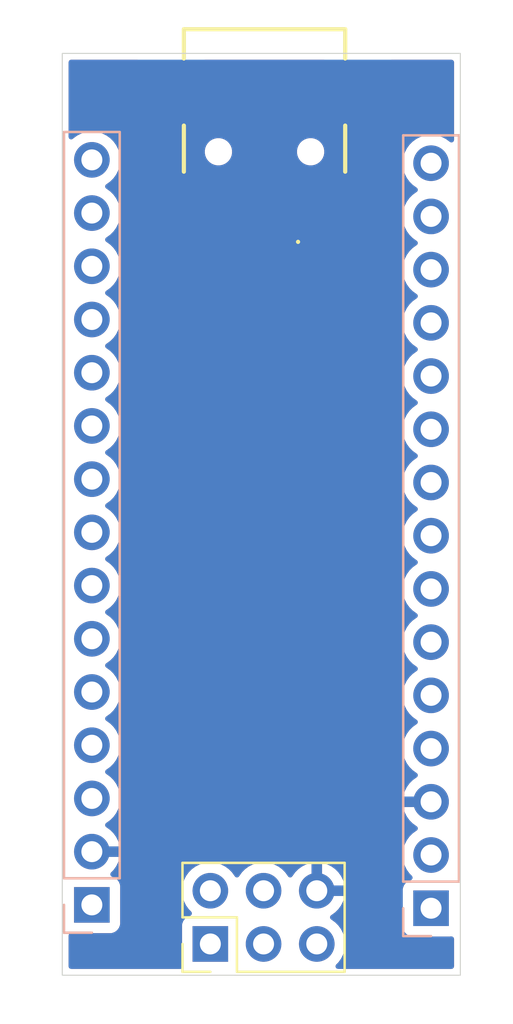
<source format=kicad_pcb>
(kicad_pcb (version 20241229) (generator "pcbnew") (generator_version "9.0")
  (title_block (title "${PCB_NAME}") (date "${CURRENT_DATE}") (rev "${PCB_VERSION}"))
  (layers (0 "F.Cu" mixed) (4 "In1.Cu" power) (6 "In2.Cu" power) (2 "B.Cu" mixed) (13 "F.Paste" user) (15 "B.Paste" user) (5 "F.SilkS" user "F.Silkscreen") (7 "B.SilkS" user "B.Silkscreen") (1 "F.Mask" user) (3 "B.Mask" user) (25 "Edge.Cuts" user))
  (net 0 "")
  (net 1 "A1")
  (net 2 "D8")
  (net 3 "D6")
  (net 4 "D4")
  (net 5 "D7")
  (net 6 "A4")
  (net 7 "A7")
  (net 8 "A5")
  (net 9 "D2")
  (net 10 "D5")
  (net 11 "VCC_VIN")
  (net 12 "AREF")
  (net 13 "D9")
  (net 14 "D11")
  (net 15 "A6")
  (net 16 "GND")
  (net 17 "D10")
  (net 18 "D3")
  (net 19 "VCC_5V")
  (net 20 "D13")
  (net 21 "USB_VBUS")
  (net 22 "D12")
  (net 23 "A2")
  (net 24 "RESET")
  (net 25 "A3")
  (net 26 "A0")
  (net 27 "NC")
  (net 28 "D1")
  (net 29 "D0")
  (net 30 "NC_2")
  (net 31 "USB_D_P")
  (net 32 "USB_D_N")
  (footprint "10033526N3212LF:10033526N3212LF" (layer "F.Cu") (at 151.353673 84.90586 180)
    (property "Reference" "J3" (hide yes))
    (property "Value" "10033526MN3212LF" (hide yes))
    (fp_line (start 3.85 4.6) (end -3.85 4.6) (stroke (width 0.2)) (layer "F.SilkS"))
    (fp_line (start 3.85 3.2) (end 3.85 4.6) (stroke (width 0.2)) (layer "F.SilkS"))
    (fp_line (start 3.85 -2.2) (end 3.85 0) (stroke (width 0.2)) (layer "F.SilkS"))
    (fp_line (start -1.6 -5.5) (end -1.6 -5.5) (stroke (width 0.1)) (layer "F.SilkS"))
    (fp_line (start -1.6 -5.6) (end -1.6 -5.6) (stroke (width 0.1)) (layer "F.SilkS"))
    (fp_line (start -3.85 4.6) (end -3.85 3.2) (stroke (width 0.2)) (layer "F.SilkS"))
    (fp_line (start -3.85 -2.2) (end -3.85 0) (stroke (width 0.2)) (layer "F.SilkS"))
    (fp_arc (start -1.6 -5.5) (mid -1.65 -5.55) (end -1.6 -5.6) (stroke (width 0.1)) (layer "F.SilkS"))
    (fp_arc (start -1.6 -5.6) (mid -1.55 -5.55) (end -1.6 -5.5) (stroke (width 0.1)) (layer "F.SilkS"))
    (pad "" np_thru_hole circle (at -2.2 -1.25 180) (size 0.9 0.9) (drill 0.9) (layers "*.Cu" "*.Mask"))
    (pad "" np_thru_hole circle (at 2.2 -1.25 180) (size 0.9 0.9) (drill 0.9) (layers "*.Cu" "*.Mask"))
    (pad "1" smd rect (at -1.6 -3.925 180) (size 0.5 2.25) (layers "F.Cu" "F.Mask" "F.Paste") (net 21 "USB_VBUS"))
    (pad "2" smd rect (at -0.8 -3.925 180) (size 0.5 2.25) (layers "F.Cu" "F.Mask" "F.Paste") (net 32 "USB_D_N"))
    (pad "3" smd rect (at 0 -3.925 180) (size 0.5 2.25) (layers "F.Cu" "F.Mask" "F.Paste") (net 31 "USB_D_P"))
    (pad "4" smd rect (at 0.8 -3.925 180) (size 0.5 2.25) (layers "F.Cu" "F.Mask" "F.Paste") (net 27 "NC"))
    (pad "5" smd rect (at 1.6 -3.925 180) (size 0.5 2.25) (layers "F.Cu" "F.Mask" "F.Paste") (net 16 "GND"))
    (pad "8" smd rect (at -4.45 -3.8 180) (size 2 2.5) (layers "F.Cu" "F.Mask" "F.Paste") (net 16 "GND"))
    (pad "9" smd rect (at 4.45 -3.8 180) (size 2 2.5) (layers "F.Cu" "F.Mask" "F.Paste") (net 16 "GND"))
    (pad "10" smd rect (at 4.45 1.65 180) (size 2 2.5) (layers "F.Cu" "F.Mask" "F.Paste") (net 16 "GND"))
    (pad "11" smd rect (at -4.45 1.65 180) (size 2 2.5) (layers "F.Cu" "F.Mask" "F.Paste") (net 16 "GND"))
  )
  (footprint "PinHeader_2x03_P2.54mm_Vertical:PinHeader_2x03_P2.54mm_Vertical" (layer "F.Cu") (at 148.767558 123.96676 90)
    (property "Reference" "J4" (hide yes))
    (property "Value" "2.54mm 3x2" (hide yes))
    (fp_line (start 3.87 -1.33) (end 3.87 6.41) (stroke (width 0.12)) (layer "F.SilkS"))
    (fp_line (start 1.270001 -1.33) (end 3.87 -1.33) (stroke (width 0.12)) (layer "F.SilkS"))
    (fp_line (start -1.33 -1.33) (end 0 -1.33) (stroke (width 0.12)) (layer "F.SilkS"))
    (fp_line (start -1.33 0) (end -1.33 -1.33) (stroke (width 0.12)) (layer "F.SilkS"))
    (fp_line (start 1.27 1.27) (end 1.270001 -1.33) (stroke (width 0.12)) (layer "F.SilkS"))
    (fp_line (start -1.33 1.270001) (end 1.27 1.27) (stroke (width 0.12)) (layer "F.SilkS"))
    (fp_line (start -1.33 1.270001) (end -1.33 6.409999) (stroke (width 0.12)) (layer "F.SilkS"))
    (fp_line (start -1.33 6.409999) (end 3.87 6.41) (stroke (width 0.12)) (layer "F.SilkS"))
    (pad "1" thru_hole rect (at 0 0 90) (size 1.7 1.7) (drill 1) (layers "*.Cu" "*.Mask") (net 22 "D12"))
    (pad "2" thru_hole oval (at 2.54 0 90) (size 1.7 1.7) (drill 1) (layers "*.Cu" "*.Mask") (net 19 "VCC_5V"))
    (pad "3" thru_hole oval (at 0 2.54 90) (size 1.7 1.7) (drill 1) (layers "*.Cu" "*.Mask") (net 20 "D13"))
    (pad "4" thru_hole oval (at 2.54 2.54 90) (size 1.7 1.7) (drill 1) (layers "*.Cu" "*.Mask") (net 14 "D11"))
    (pad "5" thru_hole oval (at 0 5.079999 90) (size 1.7 1.7) (drill 1) (layers "*.Cu" "*.Mask") (net 24 "RESET"))
    (pad "6" thru_hole oval (at 2.54 5.08 90) (size 1.7 1.7) (drill 1) (layers "*.Cu" "*.Mask") (net 16 "GND"))
  )
  (footprint "PinHeader_1x15_P2.54mm_Vertical:PinHeader_1x15_P2.54mm_Vertical" (layer "B.Cu") (at 143.112558 122.10176)
    (property "Reference" "J2" (hide yes))
    (property "Value" "2.54mm 15x1" (hide yes))
    (fp_line (start -1.33 -36.89) (end 1.33 -36.89) (stroke (width 0.12)) (layer "B.SilkS"))
    (fp_line (start -1.33 -1.270001) (end -1.33 -36.89) (stroke (width 0.12)) (layer "B.SilkS"))
    (fp_line (start -1.33 -1.270001) (end 1.33 -1.270001) (stroke (width 0.12)) (layer "B.SilkS"))
    (fp_line (start -1.33 0) (end -1.33 1.33) (stroke (width 0.12)) (layer "B.SilkS"))
    (fp_line (start -1.33 1.33) (end 0 1.33) (stroke (width 0.12)) (layer "B.SilkS"))
    (fp_line (start 1.33 -1.270001) (end 1.33 -36.89) (stroke (width 0.12)) (layer "B.SilkS"))
    (pad "1" thru_hole rect (at 0 0) (size 1.7 1.7) (drill 1) (layers "*.Cu" "*.Mask") (net 11 "VCC_VIN"))
    (pad "2" thru_hole oval (at 0 -2.54) (size 1.7 1.7) (drill 1) (layers "*.Cu" "*.Mask") (net 16 "GND"))
    (pad "3" thru_hole oval (at 0 -5.079999) (size 1.7 1.7) (drill 1) (layers "*.Cu" "*.Mask") (net 24 "RESET"))
    (pad "4" thru_hole oval (at 0 -7.62) (size 1.7 1.7) (drill 1) (layers "*.Cu" "*.Mask") (net 19 "VCC_5V"))
    (pad "5" thru_hole oval (at 0 -10.16) (size 1.7 1.7) (drill 1) (layers "*.Cu" "*.Mask") (net 26 "A0"))
    (pad "6" thru_hole oval (at 0 -12.7) (size 1.7 1.7) (drill 1) (layers "*.Cu" "*.Mask") (net 1 "A1"))
    (pad "7" thru_hole oval (at 0 -15.24) (size 1.7 1.7) (drill 1) (layers "*.Cu" "*.Mask") (net 23 "A2"))
    (pad "8" thru_hole oval (at 0 -17.780001) (size 1.7 1.7) (drill 1) (layers "*.Cu" "*.Mask") (net 25 "A3"))
    (pad "9" thru_hole oval (at 0 -20.32) (size 1.7 1.7) (drill 1) (layers "*.Cu" "*.Mask") (net 6 "A4"))
    (pad "10" thru_hole oval (at 0 -22.86) (size 1.7 1.7) (drill 1) (layers "*.Cu" "*.Mask") (net 8 "A5"))
    (pad "11" thru_hole oval (at 0 -25.4) (size 1.7 1.7) (drill 1) (layers "*.Cu" "*.Mask") (net 15 "A6"))
    (pad "12" thru_hole oval (at 0 -27.939999) (size 1.7 1.7) (drill 1) (layers "*.Cu" "*.Mask") (net 7 "A7"))
    (pad "13" thru_hole oval (at 0 -30.48) (size 1.7 1.7) (drill 1) (layers "*.Cu" "*.Mask") (net 12 "AREF"))
    (pad "14" thru_hole oval (at 0 -33.02) (size 1.7 1.7) (drill 1) (layers "*.Cu" "*.Mask") (net 30 "NC_2"))
    (pad "15" thru_hole oval (at 0 -35.56) (size 1.7 1.7) (drill 1) (layers "*.Cu" "*.Mask") (net 20 "D13"))
  )
  (footprint "PinHeader_1x15_P2.54mm_Vertical:PinHeader_1x15_P2.54mm_Vertical" (layer "B.Cu") (at 159.302558 122.26176)
    (property "Reference" "J1" (hide yes))
    (property "Value" "2.54mm 15x1" (hide yes))
    (fp_line (start -1.33 -36.89) (end 1.33 -36.89) (stroke (width 0.12)) (layer "B.SilkS"))
    (fp_line (start -1.33 -1.270001) (end -1.33 -36.89) (stroke (width 0.12)) (layer "B.SilkS"))
    (fp_line (start -1.33 -1.270001) (end 1.33 -1.270001) (stroke (width 0.12)) (layer "B.SilkS"))
    (fp_line (start -1.33 0) (end -1.33 1.33) (stroke (width 0.12)) (layer "B.SilkS"))
    (fp_line (start -1.33 1.33) (end 0 1.33) (stroke (width 0.12)) (layer "B.SilkS"))
    (fp_line (start 1.33 -1.270001) (end 1.33 -36.89) (stroke (width 0.12)) (layer "B.SilkS"))
    (pad "1" thru_hole rect (at 0 0) (size 1.7 1.7) (drill 1) (layers "*.Cu" "*.Mask") (net 29 "D0"))
    (pad "2" thru_hole oval (at 0 -2.54) (size 1.7 1.7) (drill 1) (layers "*.Cu" "*.Mask") (net 24 "RESET"))
    (pad "3" thru_hole oval (at 0 -5.079999) (size 1.7 1.7) (drill 1) (layers "*.Cu" "*.Mask") (net 16 "GND"))
    (pad "4" thru_hole oval (at 0 -7.62) (size 1.7 1.7) (drill 1) (layers "*.Cu" "*.Mask") (net 28 "D1"))
    (pad "5" thru_hole oval (at 0 -10.16) (size 1.7 1.7) (drill 1) (layers "*.Cu" "*.Mask") (net 9 "D2"))
    (pad "6" thru_hole oval (at 0 -12.7) (size 1.7 1.7) (drill 1) (layers "*.Cu" "*.Mask") (net 18 "D3"))
    (pad "7" thru_hole oval (at 0 -15.24) (size 1.7 1.7) (drill 1) (layers "*.Cu" "*.Mask") (net 4 "D4"))
    (pad "8" thru_hole oval (at 0 -17.780001) (size 1.7 1.7) (drill 1) (layers "*.Cu" "*.Mask") (net 10 "D5"))
    (pad "9" thru_hole oval (at 0 -20.32) (size 1.7 1.7) (drill 1) (layers "*.Cu" "*.Mask") (net 3 "D6"))
    (pad "10" thru_hole oval (at 0 -22.86) (size 1.7 1.7) (drill 1) (layers "*.Cu" "*.Mask") (net 5 "D7"))
    (pad "11" thru_hole oval (at 0 -25.4) (size 1.7 1.7) (drill 1) (layers "*.Cu" "*.Mask") (net 2 "D8"))
    (pad "12" thru_hole oval (at 0 -27.939999) (size 1.7 1.7) (drill 1) (layers "*.Cu" "*.Mask") (net 13 "D9"))
    (pad "13" thru_hole oval (at 0 -30.48) (size 1.7 1.7) (drill 1) (layers "*.Cu" "*.Mask") (net 17 "D10"))
    (pad "14" thru_hole oval (at 0 -33.02) (size 1.7 1.7) (drill 1) (layers "*.Cu" "*.Mask") (net 14 "D11"))
    (pad "15" thru_hole oval (at 0 -35.56) (size 1.7 1.7) (drill 1) (layers "*.Cu" "*.Mask") (net 22 "D12"))
  )
  (gr_rect (start 141.7 81.46) (end 160.7 125.46) (stroke (width 0.05)) (fill no) (layer "Edge.Cuts"))
  (zone (net 16) (net_name "GND") (layers "F.Cu" "B.Cu" "In1.Cu") (connect_pads (clearance 0.5)) (min_thickness 0.25) (fill yes (thermal_gap 0.5) (thermal_bridge_width 0.5))
    (polygon (pts (xy 139.452558 79.71176) (xy 162.452558 79.71176) (xy 162.452558 127.07176) (xy 139.452558 127.07176)))
  )
)
</source>
